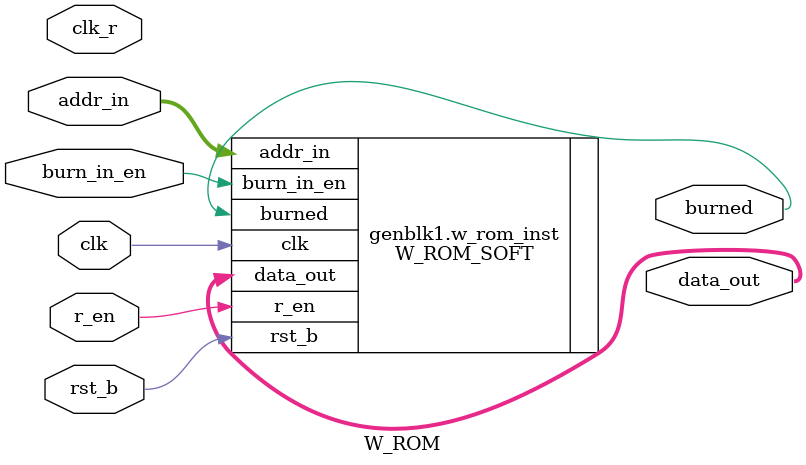
<source format=v>
`timescale 1ns / 1ps
`include "../../../src/soft_ip/include/includes.vh"
`include "../../../src/soft_ip/include/util.vh"
/*
    Copyright
    All right reserved.
    Module Name: W_ROM
    Author  : Zichuan Liu, Yixing Li and Wenye Liu.
    Description: 
*/

module W_ROM(
    // inputs
    clk,
    clk_r,
    addr_in,
    r_en,
    burn_in_en,
    rst_b,
    // outputs
    burned,
    data_out
    );
    
    parameter DATA_WIDTH = 4608;
    parameter DATA_DEPTH = 512;
    parameter INST_TYPE = "FULL_SOFT"; // FULL_SOFT, 512X64X16, 1024X32X32, 1152X32X32
    parameter PRELOADFILE = "";
    parameter MEM_NAME = "";
    parameter MIN_UNIT_WIDTH = 0;
    parameter DATA_DIV = 12;
    parameter integer MEM_INDEX = 0;
    
    localparam ADDR_WIDTH = $clog2(DATA_DEPTH);
    
    // inputs
    input clk, clk_r, r_en, burn_in_en;
    input [ADDR_WIDTH-1:0] addr_in;
    input rst_b;
    
    // outputs
    output burned;
    output [DATA_WIDTH-1:0] data_out;
    
    generate
        if (INST_TYPE == "FULL_SOFT" && MIN_UNIT_WIDTH == 0) begin
            W_ROM_SOFT # (.DATA_WIDTH(DATA_WIDTH), .DATA_DEPTH(DATA_DEPTH), .MEM_NAME(MEM_NAME), .MEM_INDEX(MEM_INDEX)) 
                w_rom_inst (.clk(clk), .addr_in(addr_in), .r_en(r_en), .burn_in_en(burn_in_en), .burned(burned), .data_out(data_out), .rst_b(rst_b));
        end
        else if (INST_TYPE == "FULL_SOFT" && MIN_UNIT_WIDTH != 0) begin
            ROM_SOFT_F # (.DATA_WIDTH(DATA_WIDTH), .DATA_DEPTH(DATA_DEPTH), .MEM_NAME(MEM_NAME), .MEM_INDEX(MEM_INDEX), .MIN_UNIT_WIDTH(MIN_UNIT_WIDTH),.DATA_DIV(DATA_DIV)) 
                w_rom_inst (.clk(clk), .clk_r(clk_r), .rst(rst_b), .addr_in(addr_in), .r_en(r_en), .data_out(data_out));
        end
        else if (INST_TYPE == "512X64X16") begin
            W_ROM_512X64X16 # (.DATA_WIDTH(DATA_WIDTH), .DATA_DEPTH(DATA_DEPTH), .PRELOADFILE(PRELOADFILE)) 
                w_rom_inst (.clk(clk), .addr_in(addr_in), .r_en(r_en), .burn_in_en(burn_in_en), .burned(burned), .data_out(data_out), .rst_b(rst_b));
        end
        else if (INST_TYPE == "1024X32X32") begin
            W_ROM_1024X32X32 # (.DATA_WIDTH(DATA_WIDTH), .DATA_DEPTH(DATA_DEPTH), .PRELOADFILE(PRELOADFILE)) 
                w_rom_inst (.clk(clk), .addr_in(addr_in), .r_en(r_en), .burn_in_en(burn_in_en), .burned(burned), .data_out(data_out), .rst_b(rst_b));
        end
        else if (INST_TYPE == "1152X32X32") begin
            W_ROM_1152X32X32 # (.DATA_WIDTH(DATA_WIDTH), .DATA_DEPTH(DATA_DEPTH), .PRELOADFILE(PRELOADFILE)) 
                        w_rom_inst (.clk(clk), .addr_in(addr_in), .r_en(r_en), .burn_in_en(burn_in_en), .burned(burned), .data_out(data_out), .rst_b(rst_b));
        end
        `ifdef MODE_SIM
        else begin
            $error("INST_TYPE: %s not supported.", INST_TYPE);
        end
        `endif
    endgenerate 
endmodule

</source>
